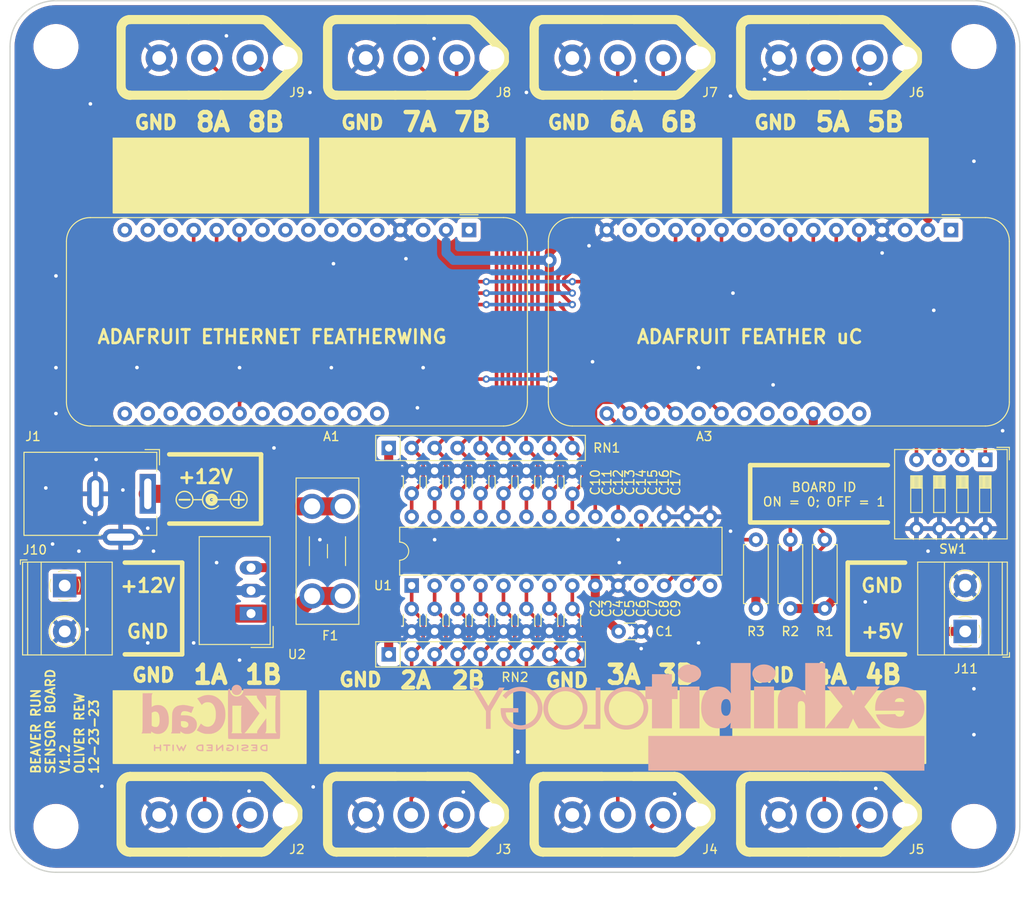
<source format=kicad_pcb>
(kicad_pcb (version 20221018) (generator pcbnew)
  (layers (0 "F.Cu" signal) (31 "B.Cu" signal) (34 "B.Paste" user) (35 "F.Paste" user) (36 "B.SilkS" user "B.Silkscreen") (37 "F.SilkS" user "F.Silkscreen") (38 "B.Mask" user) (39 "F.Mask" user) (44 "Edge.Cuts" user))
  (net 0 "")
  (net 1 "+3.3V")
  (net 2 "GND")
  (net 3 "Net-(A1-SCK)")
  (net 4 "Net-(A1-MOSI)")
  (net 5 "Net-(A1-MISO)")
  (net 6 "Net-(A1-CS)")
  (net 13 "Net-(A3-SDA{slash}D20)")
  (net 14 "Net-(A3-SCL{slash}D21)")
  (net 19 "+5V")
  (net 22 "Net-(RN2-R8)")
  (net 23 "Net-(RN2-R7)")
  (net 24 "Net-(RN2-R6)")
  (net 25 "Net-(RN2-R5)")
  (net 26 "Net-(RN2-R4)")
  (net 27 "Net-(RN2-R3)")
  (net 28 "Net-(RN2-R2)")
  (net 29 "Net-(RN2-R1)")
  (net 32 "Net-(U1-~{RESET})")
  (net 33 "Net-(RN1-R8)")
  (net 34 "Net-(RN1-R7)")
  (net 35 "Net-(RN1-R6)")
  (net 36 "Net-(RN1-R5)")
  (net 37 "Net-(RN1-R4)")
  (net 38 "Net-(RN1-R3)")
  (net 39 "Net-(RN1-R2)")
  (net 40 "Net-(RN1-R1)")
  (net 41 "Net-(A3-DAC0{slash}A0)")
  (net 42 "Net-(A3-A1)")
  (net 43 "Net-(A3-A2)")
  (net 44 "Net-(A3-A3)")
  (net 45 "+12V")
  (net 46 "Net-(F1-Pad1)")
  (net 47 "Net-(A3-D5)")
  (net 48 "Net-(A3-D6)")
  (footprint "Conn_Molex:CONN_10-18-1032_MOL" (layer "F.Cu") (at 186.5884 54.61 180)
    (fp_text reference "J6")
    (fp_text value "10-18-1032")
  )
  (footprint "Capacitor_THT:C_Disc_D3.0mm_W1.6mm_P2.50mm" (layer "F.Cu") (at 143.51 115.61 -90)
    (fp_text reference "C5")
    (fp_text value "0.1uf")
  )
  (footprint "Capacitor_THT:C_Disc_D3.0mm_W1.6mm_P2.50mm" (layer "F.Cu") (at 148.59 115.61 -90)
    (fp_text reference "C7")
    (fp_text value "0.1uf")
  )
  (footprint "Fuse:Fuseholder_Blade_Mini_Keystone_3568" (layer "F.Cu") (at 128.27 104.26 -90)
    (fp_text reference "F1")
    (fp_text value "Fuse")
  )
  (footprint "MountingHole:MountingHole_4.5mm" (layer "F.Cu") (at 96.52 139.7)
    (fp_text reference "H4")
    (fp_text value "MountingHole")
  )
  (footprint "Package_DIP:DIP-28_W7.62mm" (layer "F.Cu") (at 135.89 113.03 90)
    (fp_text reference "U1")
    (fp_text value "MCP23017_SP" hide)
  )
  (footprint "Symbol:Symbol_Barrel_Polarity" (layer "F.Cu") (at 113.748766 103.448498)
    (fp_text reference "REF**" hide)
    (fp_text value "Symbol_Barrel_Polarity")
  )
  (footprint "TerminalBlock_Phoenix:TerminalBlock_Phoenix_MKDS-1,5-2-5.08_1x02_P5.08mm_Horizontal" (layer "F.Cu") (at 97.485 113.03 -90)
    (fp_text reference "J10")
    (fp_text value "Screw_Terminal_01x02")
  )
  (footprint "Conn_Molex:CONN_10-18-1032_MOL" (layer "F.Cu") (at 186.5884 138.43 180)
    (fp_text reference "J5")
    (fp_text value "10-18-1032")
  )
  (footprint "Capacitor_THT:C_Disc_D3.0mm_W1.6mm_P2.50mm" (layer "F.Cu") (at 146.05 102.83 90)
    (fp_text reference "C14")
    (fp_text value "0.1uf")
  )
  (footprint "MountingHole:MountingHole_4.5mm" (layer "F.Cu") (at 198.12 53.34)
    (fp_text reference "H2")
    (fp_text value "MountingHole")
  )
  (footprint "Capacitor_THT:C_Disc_D3.0mm_W1.6mm_P2.50mm" (layer "F.Cu") (at 143.51 102.83 90)
    (fp_text reference "C13")
    (fp_text value "0.1uf")
  )
  (footprint "Module:Adafruit_Feather" (layer "F.Cu") (at 195.58 73.66 -90)
    (fp_text reference "A3")
    (fp_text value "Adafruit_Feather_M0_Basic_Proto")
  )
  (footprint "Capacitor_THT:C_Disc_D3.0mm_W1.6mm_P2.50mm" (layer "F.Cu") (at 146.05 115.61 -90)
    (fp_text reference "C6")
    (fp_text value "0.1uf")
  )
  (footprint "Resistor_THT:R_Axial_DIN0207_L6.3mm_D2.5mm_P7.62mm_Horizontal" (layer "F.Cu") (at 181.61 115.57 90)
    (fp_text reference "R1")
    (fp_text value "4.7k")
  )
  (footprint "Conn_Molex:CONN_10-18-1032_MOL" (layer "F.Cu") (at 118.0084 54.61 180)
    (fp_text reference "J9")
    (fp_text value "10-18-1032")
  )
  (footprint "Button_Switch_THT:SW_DIP_SPSTx04_Slide_9.78x12.34mm_W7.62mm_P2.54mm" (layer "F.Cu") (at 199.38 99.1025 -90)
    (fp_text reference "SW1")
    (fp_text value "SW_DIP_x04" hide)
  )
  (footprint "Conn_Molex:CONN_10-18-1032_MOL" (layer "F.Cu") (at 140.8684 54.61 180)
    (fp_text reference "J8")
    (fp_text value "10-18-1032")
  )
  (footprint "Resistor_THT:R_Array_SIP9" (layer "F.Cu") (at 133.35 97.79)
    (fp_text reference "RN1")
    (fp_text value "R_Network08_US")
  )
  (footprint "Capacitor_THT:C_Disc_D3.0mm_W1.6mm_P2.50mm" (layer "F.Cu") (at 151.13 102.83 90)
    (fp_text reference "C16")
    (fp_text value "0.1uf")
  )
  (footprint "Conn_Molex:CONN_10-18-1032_MOL" (layer "F.Cu") (at 163.7284 138.43 180)
    (fp_text reference "J4")
    (fp_text value "10-18-1032")
  )
  (footprint "MountingHole:MountingHole_4.5mm" (layer "F.Cu") (at 96.52 53.34)
    (fp_text reference "H1")
    (fp_text value "MountingHole")
  )
  (footprint "Conn_Molex:CONN_10-18-1032_MOL" (layer "F.Cu") (at 163.7284 54.61 180)
    (fp_text reference "J7")
    (fp_text value "10-18-1032")
  )
  (footprint "Capacitor_THT:C_Disc_D3.0mm_W1.6mm_P2.50mm" (layer "F.Cu") (at 140.97 115.61 -90)
    (fp_text reference "C4")
    (fp_text value "0.1uf")
  )
  (footprint "Capacitor_THT:C_Disc_D3.0mm_W1.6mm_P2.50mm" (layer "F.Cu") (at 138.43 102.83 90)
    (fp_text reference "C11")
    (fp_text value "0.1uf")
  )
  (footprint "Capacitor_THT:C_Disc_D3.0mm_W1.6mm_P2.50mm" (layer "F.Cu") (at 140.97 102.83 90)
    (fp_text reference "C12")
    (fp_text value "0.1uf")
  )
  (footprint "Capacitor_THT:C_Disc_D3.0mm_W1.6mm_P2.50mm" (layer "F.Cu") (at 153.67 102.87 90)
    (fp_text reference "C17")
    (fp_text value "0.1uf")
  )
  (footprint "Converter_DCDC:Converter_DCDC_TRACO_TSR-1_THT" (layer "F.Cu") (at 118.11 116.133728 90)
    (fp_text reference "U2")
    (fp_text value "TSR_1-2450")
  )
  (footprint "MountingHole:MountingHole_4.5mm" (layer "F.Cu") (at 198.12 139.7)
    (fp_text reference "H3")
    (fp_text value "MountingHole")
  )
  (footprint "TerminalBlock_Phoenix:TerminalBlock_Phoenix_MKDS-1,5-2-5.08_1x02_P5.08mm_Horizontal" (layer "F.Cu") (at 197.155 118.109999 90)
    (fp_text reference "J11")
    (fp_text value "Screw_Terminal_01x02")
  )
  (footprint "Connector_BarrelJack:BarrelJack_Wuerth_6941xx301002" (layer "F.Cu") (at 106.68 102.87 -90)
    (fp_text reference "J1")
    (fp_text value "Barrel_Jack")
  )
  (footprint "Capacitor_THT:C_Disc_D3.0mm_W1.6mm_P2.50mm" (layer "F.Cu") (at 135.89 102.83 90)
    (fp_text reference "C10")
    (fp_text value "0.1uf")
  )
  (footprint "Resistor_THT:R_Axial_DIN0207_L6.3mm_D2.5mm_P7.62mm_Horizontal" (layer "F.Cu") (at 173.99 115.57 90)
    (fp_text reference "R3")
    (fp_text value "4.7k")
  )
  (footprint "Capacitor_THT:C_Disc_D3.0mm_W1.6mm_P2.50mm" (layer "F.Cu") (at 135.89 115.61 -90)
    (fp_text reference "C2")
    (fp_text value "0.1uf")
  )
  (footprint "Resistor_THT:R_Array_SIP9" (layer "F.Cu") (at 133.35 120.65)
    (fp_text reference "RN2")
    (fp_text value "R_Network08_US")
  )
  (footprint "Conn_Molex:CONN_10-18-1032_MOL" (layer "F.Cu") (at 140.8684 138.43 180)
    (fp_text reference "J3")
    (fp_text value "10-18-1032")
  )
  (footprint "Capacitor_THT:C_Disc_D3.0mm_W1.6mm_P2.50mm" (layer "F.Cu") (at 151.13 115.57 -90)
    (fp_text reference "C8")
    (fp_text value "0.1uf")
  )
  (footprint "Conn_Molex:CONN_10-18-1032_MOL" (layer "F.Cu") (at 118.0084 138.43 180)
    (fp_text reference "J2")
    (fp_text value "10-18-1032")
  )
  (footprint "Adafruit:Adafruit_Ethernet_Featherwing" (layer "F.Cu") (at 142.24 73.66 -90)
    (fp_text reference "A1")
    (fp_text value "Adafruit_Ethernet_Featherwing")
  )
  (footprint "Capacitor_THT:C_Disc_D3.0mm_W1.6mm_P2.50mm" (layer "F.Cu") (at 153.67 115.61 -90)
    (fp_text reference "C9")
    (fp_text value "0.1uf")
  )
  (footprint "Capacitor_THT:C_Disc_D3.0mm_W1.6mm_P2.50mm" (layer "F.Cu") (at 138.43 115.61 -90)
    (fp_text reference "C3")
    (fp_text value "0.1uf")
  )
  (footprint "Capacitor_THT:C_Disc_D3.0mm_W1.6mm_P2.50mm" (layer "F.Cu") (at 158.79 118.11)
    (fp_text reference "C1")
    (fp_text value "0.1uf")
  )
  (footprint "Capacitor_THT:C_Disc_D3.0mm_W1.6mm_P2.50mm" (layer "F.Cu") (at 148.59 102.83 90)
    (fp_text reference "C15")
    (fp_text value "0.1uf")
  )
  (footprint "Resistor_THT:R_Axial_DIN0207_L6.3mm_D2.5mm_P7.62mm_Horizontal" (layer "F.Cu") (at 177.8 115.57 90)
    (fp_text reference "R2")
    (fp_text value "4.7k")
  )
  (footprint "Logos:Exhibitology_Logo_50mm" (layer "B.Cu") (at 193.04 121.285 180)
    (fp_text reference "REF**" hide)
    (fp_text value "Exhibitology_Logo_50mm" hide)
  )
  (footprint "Symbol:KiCad-Logo2_6mm_SilkScreen" (layer "B.Cu") (at 113.665 127 180)
    (fp_text reference "REF**" hide)
    (fp_text value "KiCad-Logo2_6mm_SilkScreen" hide)
  )
  (gr_line (start 119.218718 106.165759) (end 109.058718 106.165759) (stroke (width 0.5)) (layer "F.SilkS"))
  (gr_line (start 173.355 106.045) (end 173.355 99.695) (stroke (width 0.5)) (layer "F.SilkS"))
  (gr_line (start 110.49 120.65) (end 104.14 120.65) (stroke (width 0.5)) (layer "F.SilkS"))
  (gr_rect (start 171.45 63.5) (end 193.04 71.755) (stroke (width 0.15)) (fill solid) (layer "F.SilkS"))
  (gr_line (start 116.190452 103.531277) (end 117.323575 103.531277) (stroke (width 0.2)) (layer "F.SilkS"))
  (gr_line (start 104.14 110.49) (end 110.49 110.49) (stroke (width 0.5)) (layer "F.SilkS"))
  (gr_rect (start 125.73 63.5) (end 147.32 71.755) (stroke (width 0.15)) (fill solid) (layer "F.SilkS"))
  (gr_line (start 173.355 106.045) (end 188.595 106.045) (stroke (width 0.5)) (layer "F.SilkS"))
  (gr_rect (start 102.87 63.5) (end 124.46 71.755) (stroke (width 0.15)) (fill solid) (layer "F.SilkS"))
  (gr_line (start 116.748766 104.09006) (end 116.748766 102.956937) (stroke (width 0.2)) (layer "F.SilkS"))
  (gr_rect (start 171.45 124.698395) (end 192.772149 132.715) (stroke (width 0.15)) (fill solid) (layer "F.SilkS"))
  (gr_line (start 110.49 110.49) (end 110.49 120.65) (stroke (width 0.5)) (layer "F.SilkS"))
  (gr_line (start 184.15 120.65) (end 184.15 110.49) (stroke (width 0.5)) (layer "F.SilkS"))
  (gr_rect (start 102.87 124.698395) (end 124.192149 132.715) (stroke (width 0.15)) (fill solid) (layer "F.SilkS"))
  (gr_line (start 173.355 99.695) (end 188.595 99.695) (stroke (width 0.5)) (layer "F.SilkS"))
  (gr_line (start 109.058718 98.500759) (end 119.218718 98.500759) (stroke (width 0.5)) (layer "F.SilkS"))
  (gr_line (start 190.5 120.65) (end 184.15 120.65) (stroke (width 0.5)) (layer "F.SilkS"))
  (gr_line (start 184.15 110.49) (end 190.5 110.49) (stroke (width 0.5)) (layer "F.SilkS"))
  (gr_line (start 110.182204 103.523498) (end 111.315327 103.523498) (stroke (width 0.2)) (layer "F.SilkS"))
  (gr_rect (start 125.73 124.698395) (end 147.052149 132.715) (stroke (width 0.15)) (fill solid) (layer "F.SilkS"))
  (gr_rect (start 148.59 124.698395) (end 169.912149 132.715) (stroke (width 0.15)) (fill solid) (layer "F.SilkS"))
  (gr_rect (start 148.59 63.5) (end 170.18 71.755) (stroke (width 0.15)) (fill solid) (layer "F.SilkS"))
  (gr_line (start 119.218718 98.500759) (end 119.218718 106.165759) (stroke (width 0.5)) (layer "F.SilkS"))
  (gr_line (start 96.52 48.26) (end 198.12 48.26) (stroke (width 0.15)) (layer "Edge.Cuts"))
  (gr_line (start 91.44 139.7) (end 91.44 53.34) (stroke (width 0.15)) (layer "Edge.Cuts"))
  (gr_arc (start 91.44 53.34) (mid 92.927898 49.747898) (end 96.52 48.26) (stroke (width 0.15)) (layer "Edge.Cuts"))
  (gr_line (start 198.12 144.78) (end 96.52 144.78) (stroke (width 0.15)) (layer "Edge.Cuts"))
  (gr_arc (start 96.52 144.78) (mid 92.927898 143.292102) (end 91.44 139.7) (stroke (width 0.15)) (layer "Edge.Cuts"))
  (gr_arc (start 203.2 139.7) (mid 201.712102 143.292102) (end 198.12 144.78) (stroke (width 0.15)) (layer "Edge.Cuts"))
  (gr_arc (start 198.12 48.26) (mid 201.712102 49.747898) (end 203.2 53.34) (stroke (width 0.15)) (layer "Edge.Cuts"))
  (gr_line (start 203.2 53.34) (end 203.2 139.7) (stroke (width 0.15)) (layer "Edge.Cuts"))
  (gr_text "5A" (at 180.34 62.865) (layer "F.SilkS") (effects (font (size 2 2) (thickness 0.5) bold) (justify left bottom)))
  (gr_text "GND" (at 150.762851 62.626605) (layer "F.SilkS") (effects (font (size 1.5 1.5) (thickness 0.375) bold) (justify left bottom)))
  (gr_text "GND" (at 187.96 113.03) (layer "F.SilkS") (effects (font (size 1.5 1.5) (thickness 0.3) bold)))
  (gr_text "GND" (at 173.622851 62.626605) (layer "F.SilkS") (effects (font (size 1.5 1.5) (thickness 0.375) bold) (justify left bottom)))
  (gr_text "3A" (at 157.212149 124.063395) (layer "F.SilkS") (effects (font (size 2 2) (thickness 0.5) bold) (justify left bottom)))
  (gr_text "GND" (at 150.5571 124.408348) (layer "F.SilkS") (effects (font (size 1.5 1.5) (thickness 0.375) bold) (justify left bottom)))
  (gr_text "1B" (at 117.207149 124.063395) (layer "F.SilkS") (effects (font (size 2 2) (thickness 0.5) bold) (justify left bottom)))
  (gr_text "+12V" (at 106.68 113.03) (layer "F.SilkS") (effects (font (size 1.5 1.5) (thickness 0.3) bold)))
  (gr_text "GND" (at 173.355 123.825) (layer "F.SilkS") (effects (font (size 1.5 1.5) (thickness 0.375) bold) (justify left bottom)))
  (gr_text "2B" (at 140.12047 124.572678) (layer "F.SilkS") (effects (font (size 1.8 1.8) (thickness 0.45) bold) (justify left bottom)))
  (gr_text "1A" (at 111.492149 124.063395) (layer "F.SilkS") (effects (font (size 2 2) (thickness 0.5) bold) (justify left bottom)))
  (gr_text "GND" (at 127.688321 124.334283) (layer "F.SilkS") (effects (font (size 1.5 1.5) (thickness 0.375) bold) (justify left bottom)))
  (gr_text "+12V" (at 113.068755 101.85881) (layer "F.SilkS") (effects (font (size 1.5 1.5) (thickness 0.3) bold) (justify bottom)))
  (gr_text "BEAVER RUN\nSENSOR BOARD\nV1.2\nOLIVER REW\n12-23-23" (at 101.321749 133.985 90) (layer "F.SilkS") (effects (font (size 1 1) (thickness 0.2) bold) (justify left bottom)))
  (gr_text "4A" (at 180.072149 124.063395) (layer "F.SilkS") (effects (font (size 2 2) (thickness 0.5) bold) (justify left bottom)))
  (gr_text "6A" (at 157.48 62.865) (layer "F.SilkS") (effects (font (size 2 2) (thickness 0.5) bold) (justify left bottom)))
  (gr_text "6B" (at 163.195 62.865) (layer "F.SilkS") (effects (font (size 2 2) (thickness 0.5) bold) (justify left bottom)))
  (gr_text "ADAFRUIT ETHERNET FEATHERWING" (at 100.965 86.36) (layer "F.SilkS") (effects (font (size 1.5 1.5) (thickness 0.3) bold) (justify left bottom)))
  (gr_text "7A" (at 134.62 62.865) (layer "F.SilkS") (effects (font (size 2 2) (thickness 0.5) bold) (justify left bottom)))
  (gr_text "+5V" (at 187.96 118.11) (layer "F.SilkS") (effects (font (size 1.5 1.5) (thickness 0.3) bold)))
  (gr_text "2A" (at 134.40547 124.572678) (layer "F.SilkS") (effects (font (size 1.8 1.8) (thickness 0.45) bold) (justify left bottom)))
  (gr_text "GND" (at 127.902851 62.626605) (layer "F.SilkS") (effects (font (size 1.5 1.5) (thickness 0.375) bold) (justify left bottom)))
  (gr_text "7B" (at 140.335 62.865) (layer "F.SilkS") (effects (font (size 2 2) (thickness 0.5) bold) (justify left bottom)))
  (gr_text "5B" (at 186.055 62.865) (layer "F.SilkS") (effects (font (size 2 2) (thickness 0.5) bold) (justify left bottom)))
  (gr_text "\nBOARD ID\nON = 0; OFF = 1" (at 181.531497 104.336244) (layer "F.SilkS") (effects (font (size 1 1) (thickness 0.153)) (justify bottom)))
  (gr_text "8B" (at 117.475 62.865) (layer "F.SilkS") (effects (font (size 2 2) (thickness 0.5) bold) (justify left bottom)))
  (gr_text "GND" (at 106.68 118.11) (layer "F.SilkS") (effects (font (size 1.5 1.5) (thickness 0.3) bold)))
  (gr_text "GND" (at 105.042851 62.626605) (layer "F.SilkS") (effects (font (size 1.5 1.5) (thickness 0.375) bold) (justify left bottom)))
  (gr_text "3B" (at 162.927149 124.063395) (layer "F.SilkS") (effects (font (size 2 2) (thickness 0.5) bold) (justify left bottom)))
  (gr_text "4B" (at 185.787149 124.063395) (layer "F.SilkS") (effects (font (size 2 2) (thickness 0.5) bold) (justify left bottom)))
  (gr_text "ADAFRUIT FEATHER uC" (at 160.655 86.36) (layer "F.SilkS") (effects (font (size 1.5 1.5) (thickness 0.3) bold) (justify left bottom)))
  (gr_text "8A" (at 111.76 62.865) (layer "F.SilkS") (effects (font (size 2 2) (thickness 0.5) bold) (justify left bottom)))
  (gr_text "GND" (at 104.775 123.825) (layer "F.SilkS") (effects (font (size 1.5 1.5) (thickness 0.375) bold) (justify left bottom)))
  (segment (start 191.77 71.12) (end 193.04 72.39) (width 1) (layer "F.Cu") (net 1))
  (segment (start 151.13 82.55) (end 154.305 85.725) (width 1) (layer "F.Cu") (net 1))
  (segment (start 151.13 77.0127) (end 151.13 82.55) (width 1) (layer "F.Cu") (net 1))
  (segment (start 186.055 111.125) (end 181.61 115.57) (width 1) (layer "F.Cu") (net 1))
  (segment (start 181.61 115.57) (end 177.8 115.57) (width 1) (layer "F.Cu") (net 1))
  (segment (start 187.96 97.79) (end 186.055 99.695) (width 1) (layer "F.Cu") (net 1))
  (segment (start 151.13 77.0127) (end 151.13 76.11898) (width 1) (layer "F.Cu") (net 1))
  (segment (start 186.055 99.695) (end 186.055 111.125) (width 1) (layer "F.Cu") (net 1))
  (segment (start 154.305 85.725) (end 180.975 85.725) (width 1) (layer "F.Cu") (net 1))
  (segment (start 187.96 92.71) (end 187.96 97.79) (width 1) (layer "F.Cu") (net 1))
  (segment (start 151.13 76.11898) (end 156.12898 71.12) (width 1) (layer "F.Cu") (net 1))
  (segment (start 180.975 85.725) (end 187.96 92.71) (width 1) (layer "F.Cu") (net 1))
  (segment (start 156.12898 71.12) (end 191.77 71.12) (width 1) (layer "F.Cu") (net 1))
  (via (at 151.13 77.0127) (size 1.6) (drill 0.8) (layers "F.Cu" "B.Cu") (net 1))
  (segment (start 151.13 77.0127) (end 140.5127 77.0127) (width 1) (layer "B.Cu") (net 1))
  (segment (start 140.5127 77.0127) (end 139.7 76.2) (width 1) (layer "B.Cu") (net 1))
  (segment (start 139.7 76.2) (end 139.7 74.93) (width 1) (layer "B.Cu") (net 1))
  (segment (start 114.863728 113.593728) (end 118.11 113.593728) (width 1) (layer "F.Cu") (net 2))
  (segment (start 114.863728 113.593728) (end 114.3 113.03) (width 1) (layer "F.Cu") (net 2))
  (segment (start 121.356272 113.593728) (end 121.92 113.03) (width 1) (layer "F.Cu") (net 2))
  (segment (start 121.356272 113.593728) (end 118.11 113.593728) (width 1) (layer "F.Cu") (net 2))
  (via (at 127.233036 77.388251) (size 0.8) (drill 0.4) (layers "F.Cu" "B.Cu") (net 2))
  (via (at 115.386548 52.154966) (size 0.8) (drill 0.4) (layers "F.Cu" "B.Cu") (net 2))
  (via (at 198.12 129.54) (size 0.8) (drill 0.4) (layers "F.Cu" "B.Cu") (net 2))
  (via (at 160.655 57.15) (size 0.8) (drill 0.4) (layers "F.Cu" "B.Cu") (net 2))
  (via (at 99.06 109.22) (size 0.8) (drill 0.4) (layers "F.Cu" "B.Cu") (net 2))
  (via (at 198.12 66.04) (size 0.8) (drill 0.4) (layers "F.Cu" "B.Cu") (net 2))
  (via (at 99.695 106.045) (size 0.8) (drill 0.4) (layers "F.Cu" "B.Cu") (net 2))
  (via (at 171.169771 58.822191) (size 0.8) (drill 0.4) (layers "F.Cu" "B.Cu") (net 2))
  (via (at 106.68 119.38) (size 0.8) (drill 0.4) (layers "F.Cu" "B.Cu") (net 2))
  (via (at 120.65 97.79) (size 0.8) (drill 0.4) (layers "F.Cu" "B.Cu") (net 2))
  (via (at 155.519077 75.401135) (size 0.8) (drill 0.4) (layers "F.Cu" "B.Cu") (net 2))
  (via (at 175.895 90.805) (size 0.8) (drill 0.4) (layers "F.Cu" "B.Cu") (net 2))
  (via (at 167.64 88.9) (size 0.8) (drill 0.4) (layers "F.Cu" "B.Cu") (net 2))
  (via (at 193.675 82.55) (size 0.8) (drill 0.4) (layers "F.Cu" "B.Cu") (net 2))
  (via (at 174.945027 56.959195) (size 0.8) (drill 0.4) (layers "F.Cu" "B.Cu") (net 2))
  (via (at 138.369768 52.455235) (size 0.8) (drill 0.4) (layers "F.Cu" "B.Cu") (net 2))
  (via (at 127 88.9) (size 0.8) (drill 0.4) (layers "F.Cu" "B.Cu") (net 2))
  (via (at 158.872717 110.49) (size 0.8) (drill 0.4) (layers "F.Cu" "B.Cu") (net 2))
  (via (at 147.637469 131.445) (size 0.8) (drill 0.4) (layers "F.Cu" "B.Cu") (net 2))
  (via (at 107.315 109.22) (size 0.8) (drill 0.4) (layers "F.Cu" "B.Cu") (net 2))
  (via (at 96.145564 108.432515) (size 0.8) (drill 0.4) (layers "F.Cu" "B.Cu") (net 2))
  (via (at 105.485928 88.884851) (size 0.8) (drill 0.4) (layers "F.Cu" "B.Cu") (net 2))
  (via (at 99.955982 117.876678) (size 0.8) (drill 0.4) (layers "F.Cu" "B.Cu") (net 2))
  (via (at 124.62794 58.42) (size 0.8) (drill 0.4) (layers "F.Cu" "B.Cu") (net 2))
  (via (at 187.96 76.2) (size 0.8) (drill 0.4) (layers "F.Cu" "B.Cu") (net 2))
  (via (at 96.52 88.9) (size 0.8) (drill 0.4) (layers "F.Cu" "B.Cu") (net 2))
  (via (at 116.84 88.9) (size 0.8) (drill 0.4) (layers "F.Cu" "B.Cu") (net 2))
  (via (at 111.76 119.38) (size 0.8) (drill 0.4) (layers "F.Cu" "B.Cu") (net 2))
  (via (at 101.6 135.255) (size 0.8) (drill 0.4) (layers "F.Cu" "B.Cu") (net 2))
  (via (at 116.84 121.285) (size 0.8) (drill 0.4) (layers "F.Cu" "B.Cu") (net 2))
  (via (at 136.525 93.345) (size 0.8) (drill 0.4) (layers "F.Cu" "B.Cu") (net 2))
  (via (at 117.895228 135.790742) (size 0.8) (drill 0.4) (layers "F.Cu" "B.Cu") (net 2))
  (via (at 148.59 58.42) (size 0.8) (drill 0.4) (layers "F.Cu" "B.Cu") (net 2))
  (via (at 114.3 110.49) (size 0.8) (drill 0.4) (layers "F.Cu" "B.Cu") (net 2))
  (via (at 167.64 119.38) (size 0.8) (drill 0.4) (layers "F.Cu" "B.Cu") (net 2))
  (via (at 155.907229 88.247062) (size 0.8) (drill 0.4) (layers "F.Cu" "B.Cu") (net 2))
  (via (at 171.45 80.645) (size 0.8) (drill 0.4) (layers "F.Cu" "B.Cu") (net 2))
  (via (at 161.29 120.015) (size 0.8) (drill 0.4) (layers "F.Cu" "B.Cu") (net 2))
  (via (at 193.04 109.22) (size 0.8) (drill 0.4) (layers "F.Cu" "B.Cu") (net 2))
  (via (at 103.927324 102.446546) (size 0.8) (drill 0.4) (layers "F.Cu" "B.Cu") (net 2))
  (via (at 201.295 95.885) (size 0.8) (drill 0.4) (layers "F.Cu" "B.Cu") (net 2))
  (via (at 135.255 76.835) (size 0.8) (drill 0.4) (layers "F.Cu" "B.Cu") (net 2))
  (via (at 125.73 107.95) (size 0.8) (drill 0.4) (layers "F.Cu" "B.Cu") (net 2))
  (via (at 141.605 135.89) (size 0.8) (drill 0.4) (layers "F.Cu" "B.Cu") (net 2))
  (via (at 124.991204 135.327907) (size 0.8) (drill 0.4) (layers "F.Cu" "B.Cu") (net 2))
  (via (at 186.093378 114.84071) (size 0.8) (drill 0.4) (layers "F.Cu" "B.Cu") (net 2))
  (via (at 95.397318 102.222072) (size 0.8) (drill 0.4) (layers "F.Cu" "B.Cu") (net 2))
  (via (at 187.25418 135.494609) (size 0.8) (drill 0.4) (layers "F.Cu" "B.Cu") (net 2))
  (via (at 171.181797 107.008594) (size 0.8) (drill 0.4) (layers "F.Cu" "B.Cu") (net 2))
  (via (at 158.75 107.95) (size 0.8) (drill 0.4) (layers "F.Cu" "B.Cu") (net 2))
  (via (at 100.33 59.69) (size 0.8) (drill 0.4) (layers "F.Cu" "B.Cu") (net 2))
  (via (at 138.43 107.95) (size 0.8) (drill 0.4) (layers "F.Cu" "B.Cu") (net 2))
  (via (at 186.652245 57.471724) (size 0.8) (drill 0.4) (layers "F.Cu" "B.Cu") (net 2))
  (via (at 137.16 88.9) (size 0.8) (drill 0.4) (layers "F.Cu" "B.Cu") (net 2))
  (via (at 100.965 99.06) (size 0.8) (drill 0.4) (layers "F.Cu" "B.Cu") (net 2))
  (via (at 106.68 106.68) (size 0.8) (drill 0.4) (layers "F.Cu" "B.Cu") (net 2))
  (via (at 96.52 78.74) (size 0.8) (drill 0.4) (layers "F.Cu" "B.Cu") (net 2))
  (via (at 165.004013 136.093639) (size 0.8) (drill 0.4) (layers "F.Cu" "B.Cu") (net 2))
  (via (at 96.52 93.98) (size 0.8) (drill 0.4) (layers "F.Cu" "B.Cu") (net 2))
  (via (at 198.12 124.46) (size 0.8) (drill 0.4) (layers "F.Cu" "B.Cu") (net 2))
  (segment (start 155.575 118.11) (end 156.845 119.38) (width 1) (layer "B.Cu") (net 2))
  (segment (start 114.863728 113.593728) (end 118.11 113.593728) (width 1) (layer "B.Cu") (net 2))
  (segment (start 135.89 100.33) (end 157.48 100.33) (width 1) (layer "B.Cu") (net 2))
  (segment (start 135.89 118.11) (end 155.575 118.11) (width 1) (layer "B.Cu") (net 2))
  (segment (start 135.89 118.11) (end 131.445 118.11) (width 1) (layer "B.Cu") (net 2))
  (segment (start 114.863728 113.593728) (end 114.3 113.03) (width 1) (layer "B.Cu") (net 2))
  (segment (start 121.356272 113.593728) (end 121.92 113.03) (width 1) (layer "B.Cu") (net 2))
  (segment (start 135.89 100.33) (end 133.35 100.33) (width 1) (layer "B.Cu") (net 2))
  (segment (start 121.356272 113.593728) (end 118.11 113.593728) (width 1) (layer "B.Cu") (net 2))
  (segment (start 144.145 79.375) (end 118.745 79.375) (width 0.4) (layer "F.Cu") (net 3))
  (segment (start 170.18 76.2) (end 167.005 79.375) (width 0.4) (layer "F.Cu") (net 3))
  (segment (start 116.84 77.47) (end 116.84 73.66) (width 0.4) (layer "F.Cu") (net 3))
  (segment (start 167.005 79.375) (end 153.67 79.375) (width 0.4) (layer "F.Cu") (net 3))
  (segment (start 170.18 73.66) (end 170.18 76.2) (width 0.4) (layer "F.Cu") (net 3))
  (segment (start 118.745 79.375) (end 116.84 77.47) (width 0.4) (layer "F.Cu") (net 3))
  (via (at 144.145 79.375) (size 0.8) (drill 0.4) (layers "F.Cu" "B.Cu") (net 3))
  (via (at 153.67 79.375) (size 0.8) (drill 0.4) (layers "F.Cu" "B.Cu") (net 3))
  (segment (start 144.145 79.375) (end 153.67 79.375) (width 0.4) (layer "B.Cu") (net 3))
  (segment (start 167.64 73.66) (end 167.64 74.93) (width 0.4) (layer "F.Cu") (net 4))
  (segment (start 153.67 80.645) (end 152.74351 79.71851) (width 0.4) (layer "F.Cu") (net 4))
  (segment (start 165.1 77.47) (end 167.64 74.93) (width 0.4) (layer "F.Cu") (net 4))
  (segment (start 152.74351 79.71851) (end 152.74351 79.077481) (width 0.4) (layer "F.Cu") (net 4))
  (segment (start 114.3 77.47) (end 114.3 73.66) (width 0.4) (layer "F.Cu") (net 4))
  (segment (start 144.145 80.645) (end 117.475 80.645) (width 0.4) (layer "F.Cu") (net 4))
  (segment (start 152.74351 79.077481) (end 154.350991 77.47) (width 0.4) (layer "F.Cu") (net 4))
  (segment (start 154.350991 77.47) (end 165.1 77.47) (width 0.4) (layer "F.Cu") (net 4))
  (segment (start 117.475 80.645) (end 114.3 77.47) (width 0.4) (layer "F.Cu") (net 4))
  (via (at 144.145 80.645) (size 0.8) (drill 0.4) (layers "F.Cu" "B.Cu") (net 4))
  (via (at 153.67 80.645) (size 0.8) (drill 0.4) (layers "F.Cu" "B.Cu") (net 4))
  (segment (start 144.145 80.645) (end 153.67 80.645) (width 0.4) (layer "B.Cu") (net 4))
  (segment (start 116.205 81.915) (end 111.76 77.47) (width 0.4) (layer "F.Cu") (net 5))
  (segment (start 152.08951 78.806585) (end 154.080095 76.816) (width 0.4) (layer "F.Cu") (net 5))
  (segment (start 144.145 81.915) (end 116.205 81.915) (width 0.4) (layer "F.Cu") (net 5))
  (segment (start 152.08951 80.33451) (end 152.08951 78.806585) (width 0.4) (layer "F.Cu") (net 5))
  (segment (start 165.1 73.66) (end 165.1 74.93) (width 0.4) (layer "F.Cu") (net 5))
  (segment (start 111.76 77.47) (end 111.76 73.66) (width 0.4) (layer "F.Cu") (net 5))
  (segment (start 163.214 76.816) (end 165.1 74.93) (width 0.4) (layer "F.Cu") (net 5))
  (segment (start 153.67 81.915) (end 152.08951 80.33451) (width 0.4) (layer "F.Cu") (net 5))
  (segment (start 154.080095 76.816) (end 163.214 76.816) (width 0.4) (layer "F.Cu") (net 5))
  (via (at 144.145 81.915) (size 0.8) (drill 0.4) (layers "F.Cu" "B.Cu") (net 5))
  (via (at 153.67 81.915) (size 0.8) (drill 0.4) (layers "F.Cu" "B.Cu") (net 5))
  (segment (start 144.145 81.915) (end 153.67 81.915) (width 0.4) (layer "B.Cu") (net 5))
  (segment (start 151.13 90.17) (end 166.37 90.17) (width 0.4) (layer "F.Cu") (net 6))
  (segment (start 166.37 90.17) (end 170.18 93.98) (width 0.4) (layer "F.Cu") (net 6))
  (segment (start 116.84 92.71) (end 116.84 93.98) (width 0.4) (layer "F.Cu") (net 6))
  (segment (start 119.38 90.17) (end 116.84 92.71) (width 0.4) (layer "F.Cu") (net 6))
  (segment (start 144.145 90.17) (end 119.38 90.17) (width 0.4) (layer "F.Cu") (net 6))
  (via (at 151.13 90.17) (size 0.8) (drill 0.4) (layers "F.Cu" "B.Cu") (net 6))
  (via (at 144.145 90.17) (size 0.8) (drill 0.4) (layers "F.Cu" "B.Cu") (net 6))
  (segment (start 151.13 90.17) (end 149.225 90.17) (width 0.4) (layer "B.Cu") (net 6))
  (segment (start 149.225 90.17) (end 144.145 90.17) (width 0.4) (layer "B.Cu") (net 6))
  (segment (start 166.37 113.03) (end 168.275 111.125) (width 0.4) (layer "F.Cu") (net 13))
  (segment (start 175.241 100.946) (end 164.446 100.946) (width 0.4) (layer "F.Cu") (net 13))
  (segment (start 179.07 111.125) (end 181.61 108.585) (width 0.4) (layer "F.Cu") (net 13))
  (segment (start 168.275 111.125) (end 179.07 111.125) (width 0.4) (layer "F.Cu") (net 13))
  (segment (start 181.61 107.95) (end 181.61 107.315) (width 0.4) (layer "F.Cu") (net 13))
  (segment (start 181.61 107.315) (end 175.241 100.946) (width 0.4) (layer "F.Cu") (net 13))
  (segment (start 181.61 108.585) (end 181.61 108.169) (width 0.4) (layer "F.Cu") (net 13))
  (segment (start 164.446 100.946) (end 157.48 93.98) (width 0.4) (layer "F.Cu") (net 13))
  (segment (start 176.53 110.471) (end 166.389 110.471) (width 0.4) (layer "F.Cu") (net 14))
  (segment (start 177.8 109.201) (end 176.53 110.471) (width 0.4) (layer "F.Cu") (net 14))
  (segment (start 166.389 110.471) (end 163.83 113.03) (width 0.4) (layer "F.Cu") (net 14))
  (segment (start 156.226 93.460576) (end 156.960576 92.726) (width 0.4) (layer "F.Cu") (net 14))
  (segment (start 156.226 94.499424) (end 156.226 93.460576) (width 0.4) (layer "F.Cu") (net 14))
  (segment (start 177.8 107.95) (end 177.8 109.201) (width 0.4) (layer "F.Cu") (net 14))
  (segment (start 177.8 104.429896) (end 174.970104 101.6) (width 0.4) (layer "F.Cu") (net 14))
  (segment (start 163.326576 101.6) (end 156.226 94.499424) (width 0.4) (layer "F.Cu") (net 14))
  (segment (start 158.766 92.726) (end 160.02 93.98) (width 0.4) (layer "F.Cu") (net 14))
  (segment (start 174.970104 101.6) (end 163.326576 101.6) (width 0.4) (layer "F.Cu") (net 14))
  (segment (start 156.960576 92.726) (end 158.766 92.726) (width 0.4) (layer "F.Cu") (net 14))
  (segment (start 177.8 107.95) (end 177.8 104.429896) (width 0.4) (layer "F.Cu") (net 14))
  (segment (start 133.35 97.79) (end 133.35 110.49) (width 1) (layer "F.Cu") (net 19))
  (segment (start 133.35 120.65) (end 133.35 110.49) (width 1) (layer "F.Cu") (net 19))
  (segment (start 173.99 113.03) (end 180.34 113.03) (width 1) (layer "F.Cu") (net 19))
  (segment (start 184.15 104.14) (end 180.34 100.33) (width 1) (layer "F.Cu") (net 19))
  (segment (start 134.62 109.22) (end 153.67 109.22) (width 1) (layer "F.Cu") (net 19))
  (segment (start 133.35 110.49) (end 134.62 109.22) (width 1) (layer "F.Cu") (net 19))
  (segment (start 170.18 115.57) (end 156.25 115.57) (width 1) (layer "F.Cu") (net 19))
  (segment (start 156.25 115.57) (end 156.21 115.53) (width 1) (layer "F.Cu") (net 19))
  (segment (start 173.99 113.03) (end 173.99 115.57) (width 1) (layer "F.Cu") (net 19))
  (segment (start 156.21 111.76) (end 156.21 113.03) (width 1) (layer "F.Cu") (net 19))
  (segment (start 170.18 115.57) (end 172.719999 118.109999) (width 1) (layer "F.Cu") (net 19))
  (segment (start 132.786272 111.053728) (end 133.35 110.49) (width 1) (layer "F.Cu") (net 19))
  (segment (start 170.18 115.57) (end 172.72 113.03) (width 1) (layer "F.Cu") (net 19))
  (segment (start 172.72 113.03) (end 173.99 113.03) (width 1) (layer "F.Cu") (net 19))
  (segment (start 156.21 113.03) (end 156.21 115.53) (width 1) (layer "F.Cu") (net 19))
  (segment (start 156.21 115.53) (end 158.79 118.11) (width 1) (layer "F.Cu") (net 19))
  (segment (start 118.11 111.053728) (end 132.786272 111.053728) (width 1) (layer "F.Cu") (net 19))
  (segment (start 180.34 113.03) (end 184.15 109.22) (width 1) (layer "F.Cu") (net 19))
  (segment (start 180.34 100.33) (end 180.34 93.98) (width 1) (layer "F.Cu") (net 19))
  (segment (start 153.67 109.22) (end 156.21 111.76) (width 1) (layer "F.Cu") (net 19))
  (segment (start 172.719999 118.109999) (end 197.155 118.109999) (width 1) (layer "F.Cu") (net 19))
  (segment (start 184.15 109.22) (end 184.15 104.14) (width 1) (layer "F.Cu") (net 19))
  (segment (start 175.26 125.73) (end 181.61 132.08) (width 0.4) (layer "F.Cu") (net 22))
  (segment (start 181.61 132.08) (end 181.5592 132.1308) (width 0.4) (layer "F.Cu") (net 22))
  (segment (start 153.67 115.61) (end 154.924 116.864) (width 0.4) (layer "F.Cu") (net 22))
  (segment (start 153.67 113.03) (end 153.67 115.61) (width 0.4) (layer "F.Cu") (net 22))
  (segment (start 154.924 116.864) (end 154.924 119.396) (width 0.4) (layer "F.Cu") (net 22))
  (segment (start 154.924 119.396) (end 153.67 120.65) (width 0.4) (layer "F.Cu") (net 22))
  (segment (start 158.75 125.73) (end 175.26 125.73) (width 0.4) (layer "F.Cu") (net 22))
  (segment (start 181.5592 132.1308) (end 181.5592 138.43) (width 0.4) (layer "F.Cu") (net 22))
  (segment (start 153.67 120.65) (end 158.75 125.73) (width 0.4) (layer "F.Cu") (net 22))
  (segment (start 152.384 119.396) (end 151.13 120.65) (width 0.4) (layer "F.Cu") (net 23))
  (segment (start 151.13 120.65) (end 156.864 126.384) (width 0.4) (layer "F.Cu") (net 23))
  (segment (start 152.384 116.824) (end 152.384 119.396) (width 0.4) (layer "F.Cu") (net 23))
  (segment (start 151.13 113.03) (end 151.13 115.57) (width 0.4) (layer "F.Cu") (net 23))
  (segment (start 174.989104 126.384) (end 179.07 130.464896) (width 0.4) (layer "F.Cu") (net 23))
  (segment (start 151.13 115.57) (end 152.384 116.824) (width 0.4) (layer "F.Cu") (net 23))
  (segment (start 180.34 140.97) (end 184.15 140.97) (width 0.4) (layer "F.Cu") (net 23))
  (segment (start 179.07 139.7) (end 180.34 140.97) (width 0.4) (layer "F.Cu") (net 23))
  (segment (start 184.15 140.97) (end 184.15 140.8684) (width 0.4) (layer "F.Cu") (net 23))
  (segment (start 179.07 130.464896) (end 179.07 139.7) (width 0.4) (layer "F.Cu") (net 23))
  (segment (start 184.15 140.8684) (end 186.5884 138.43) (width 0.4) (layer "F.Cu") (net 23))
  (segment (start 156.864 126.384) (end 174.989104 126.384) (width 0.4) (layer "F.Cu") (net 23))
  (segment (start 149.844 119.396) (end 148.59 120.65) (width 0.4) (layer "F.Cu") (net 24))
  (segment (start 148.59 123.825) (end 158.6992 133.9342) (width 0.4) (layer "F.Cu") (net 24))
  (segment (start 148.59 120.65) (end 148.59 123.825) (width 0.4) (layer "F.Cu") (net 24))
  (segment (start 148.59 115.61) (end 149.844 116.864) (width 0.4) (layer "F.Cu") (net 24))
  (segment (start 148.59 113.03) (end 148.59 115.61) (width 0.4) (layer "F.Cu") (net 24))
  (segment (start 158.6992 133.9342) (end 158.6992 138.43) (width 0.4) (layer "F.Cu") (net 24))
  (segment (start 149.844 116.864) (end 149.844 119.396) (width 0.4) (layer "F.Cu") (net 24))
  (segment (start 161.1884 140.97) (end 163.7284 138.43) (width 0.4) (layer "F.Cu") (net 25))
  (segment (start 156.21 132.369896) (end 156.21 139.7) (width 0.4) (layer "F.Cu") (net 25))
  (segment (start 146.05 113.03) (end 146.05 115.61) (width 0.4) (layer "F.Cu") (net 25))
  (segment (start 146.05 122.209896) (end 156.21 132.369896) (width 0.4) (layer "F.Cu") (net 25))
  (segment (start 146.05 115.61) (end 147.304 116.864) (width 0.4) (layer "F.Cu") (net 25))
  (segment (start 146.05 120.65) (end 146.05 122.209896) (width 0.4) (layer "F.Cu") (net 25))
  (segment (start 157.48 140.97) (end 161.1884 140.97) (width 0.4) (layer "F.Cu") (net 25))
  (segment (start 147.304 119.396) (end 146.05 120.65) (width 0.4) (layer "F.Cu") (net 25))
  (segment (start 147.304 116.864) (end 147.304 119.396) (width 0.4) (layer "F.Cu") (net 25))
  (segment (start 156.21 139.7) (end 157.48 140.97) (width 0.4) (layer "F.Cu") (net 25))
  (segment (start 143.51 120.65) (end 143.51 128.905) (width 0.4) (layer "F.Cu") (net 26))
  (segment (start 135.8392 136.5758) (end 135.8392 138.43) (width 0.4) (layer "F.Cu") (net 26))
  (segment (start 143.51 113.03) (end 143.51 115.61) (width 0.4) (layer "F.Cu") (net 26))
  (segment (start 143.51 115.61) (end 144.764 116.864) (width 0.4) (layer "F.Cu") (net 26))
  (segment (start 143.51 128.905) (end 135.8392 136.5758) (width 0.4) (layer "F.Cu") (net 26))
  (segment (start 144.764 119.396) (end 143.51 120.65) (width 0.4) (layer "F.Cu") (net 26))
  (segment (start 144.764 116.864) (end 144.764 119.396) (width 0.4) (layer "F.Cu") (net 26))
  (segment (start 138.3284 140.97) (end 140.8684 138.43) (width 0.4) (layer "F.Cu") (net 27))
  (segment (start 140.97 113.03) (end 140.97 115.61) (width 0.4) (layer "F.Cu") (net 27))
  (segment (start 133.35 137.16) (end 133.35 139.7) (width 0.4) (layer "F.Cu") (net 27))
  (segment (start 134.62 140.97) (end 138.3284 140.97) (width 0.4) (layer "F.Cu") (net 27))
  (segment (start 133.35 139.7) (end 134.62 140.97) (width 0.4) (layer "F.Cu") (net 27))
  (segment (start 140.97 129.54) (end 133.35 137.16) (width 0.4) (layer "F.Cu") (net 27))
  (segment (start 140.97 115.61) (end 142.224 116.864) (width 0.4) (layer "F.Cu") (net 27))
  (segment (start 140.97 120.65) (end 140.97 129.54) (width 0.4) (layer "F.Cu") (net 27))
  (segment (start 142.224 116.864) (end 142.224 119.396) (width 0.4) (layer "F.Cu") (net 27))
  (segment (start 142.224 119.396) (end 140.97 120.65) (width 0.4) (layer "F.Cu") (net 27))
  (segment (start 112.9792 135.9408) (end 112.9792 138.43) (width 0.4) (layer "F.Cu") (net 28))
  (segment (start 116.205 132.715) (end 112.9792 135.9408) (width 0.4) (layer "F.Cu") (net 28))
  (segment (start 139.684 116.864) (end 139.684 119.396) (width 0.4) (layer "F.Cu") (net 28))
  (segment (start 138.43 115.61) (end 139.684 116.864) (width 0.4) (layer "F.Cu") (net 28))
  (segment (start 139.684 119.396) (end 138.43 120.65) (width 0.4) (layer "F.Cu") (net 28))
  (segment (start 138.43 113.03) (end 138.43 115.61) (width 0.4) (layer "F.Cu") (net 28))
  (segment (start 138.43 125.73) (end 131.445 132.715) (width 0.4) (layer "F.Cu") (net 28))
  (segment (start 131.445 132.715) (end 116.205 132.715) (width 0.4) (layer "F.Cu") (net 28))
  (segment (start 138.43 120.65) (end 138.43 125.73) (width 0.4) (layer "F.Cu") (net 28))
  (segment (start 110.49 136.525) (end 110.49 139.7) (width 0.4) (layer "F.Cu") (net 29))
  (segment (start 137.16 119.38) (end 135.89 120.65) (width 0.4) (layer "F.Cu") (net 29))
  (segment (start 137.16 116.88) (end 137.16 119.38) (width 0.4) (layer "F.Cu") (net 29))
  (segment (start 135.89 120.65) (end 135.89 127.345104) (width 0.4) (layer "F.Cu") (net 29))
  (segment (start 135.89 115.61) (end 137.16 116.88) (width 0.4) (layer "F.Cu") (net 29))
  (segment (start 131.174104 132.061) (end 114.954 132.061) (width 0.4) (layer "F.Cu") (net 29))
  (segment (start 111.76 140.97) (end 115.4684 140.97) (width 0.4) (layer "F.Cu") (net 29))
  (segment (start 135.89 127.345104) (end 131.174104 132.061) (width 0.4) (layer "F.Cu") (net 29))
  (segment (start 115.4684 140.97) (end 118.0084 138.43) (width 0.4) (layer "F.Cu") (net 29))
  (segment (start 135.89 113.03) (end 135.89 115.61) (width 0.4) (layer "F.Cu") (net 29))
  (segment (start 110.49 139.7) (end 111.76 140.97) (width 0.4) (layer "F.Cu") (net 29))
  (segment (start 114.954 132.061) (end 110.49 136.525) (width 0.4) (layer "F.Cu") (net 29))
  (segment (start 173.99 107.95) (end 162.56 107.95) (width 0.4) (layer "F.Cu") (net 32))
  (segment (start 162.56 107.95) (end 161.29 106.68) (width 0.4) (layer "F.Cu") (net 32))
  (segment (start 161.29 106.68) (end 161.29 105.41) (width 0.4) (layer "F.Cu") (net 32))
  (segment (start 154.924 101.616) (end 153.67 102.87) (width 0.4) (layer "F.Cu") (net 33))
  (segment (start 149.86 76.03982) (end 149.86 93.055104) (width 0.4) (layer "F.Cu") (net 33))
  (segment (start 155.73382 70.166) (end 149.86 76.03982) (width 0.4) (layer "F.Cu") (net 33))
  (segment (start 153.67 105.41) (end 153.67 102.87) (width 0.4) (layer "F.Cu") (net 33))
  (segment (start 186.5884 54.61) (end 171.0324 70.166) (width 0.4) (layer "F.Cu") (net 33))
  (segment (start 153.67 97.79) (end 154.924 99.044) (width 0.4) (layer "F.Cu") (net 33))
  (segment (start 153.67 96.865104) (end 153.67 97.79) (width 0.4) (layer "F.Cu") (net 33))
  (segment (start 154.924 99.044) (end 154.924 101.616) (width 0.4) (layer "F.Cu") (net 33))
  (segment (start 171.0324 70.166) (end 155.73382 70.166) (width 0.4) (layer "F.Cu") (net 33))
  (segment (start 149.86 93.055104) (end 153.67 96.865104) (width 0.4) (layer "F.Cu") (net 33))
  (segment (start 149.206 75.768924) (end 155.462924 69.512) (width 0.4) (layer "F.Cu") (net 34))
  (segment (start 152.384 99.044) (end 152.384 101.576) (width 0.4) (layer "F.Cu") (net 34))
  (segment (start 151.13 102.83) (end 151.13 105.41) (width 0.4) (layer "F.Cu") (net 34))
  (segment (start 151.13 97.79) (end 152.384 99.044) (width 0.4) (layer "F.Cu") (net 34))
  (segment (start 149.206 93.326) (end 149.206 75.768924) (width 0.4) (layer "F.Cu") (net 34))
  (segment (start 166.6572 69.512) (end 181.5592 54.61) (width 0.4) (layer "F.Cu") (net 34))
  (segment (start 155.462924 69.512) (end 166.6572 69.512) (width 0.4) (layer "F.Cu") (net 34))
  (segment (start 151.13 95.25) (end 149.206 93.326) (width 0.4) (layer "F.Cu") (net 34))
  (segment (start 151.13 97.79) (end 151.13 95.25) (width 0.4) (layer "F.Cu") (net 34))
  (segment (start 152.384 101.576) (end 151.13 102.83) (width 0.4) (layer "F.Cu") (net 34))
  (segment (start 148.59 97.79) (end 148.552 97.752) (width 0.4) (layer "F.Cu") (net 35))
  (segment (start 148.552 75.498028) (end 163.7284 60.321628) (width 0.4) (layer "F.Cu") (net 35))
  (segment (start 149.844 101.576) (end 148.59 102.83) (width 0.4) (layer "F.Cu") (net 35))
  (segment (start 149.844 99.044) (end 149.844 101.576) (width 0.4) (layer "F.Cu") (net 35))
  (segment (start 163.7284 60.321628) (end 163.7284 54.61) (width 0.4) (layer "F.Cu") (net 35))
  (segment (start 148.59 97.79) (end 149.844 99.044) (width 0.4) (layer "F.Cu") (net 35))
  (segment (start 148.59 102.83) (end 148.59 105.41) (width 0.4) (layer "F.Cu") (net 35))
  (segment (start 148.552 97.752) (end 148.552 75.498028) (width 0.4) (layer "F.Cu") (net 35))
  (segment (start 146.05 94.615) (end 147.898 92.767) (width 0.4) (layer "F.Cu") (net 36))
  (segment (start 147.304 99.044) (end 147.304 101.576) (width 0.4) (layer "F.Cu") (net 36))
  (segment (start 146.05 102.83) (end 146.05 105.41) (width 0.4) (layer "F.Cu") (net 36))
  (segment (start 147.898 92.767) (end 147.898 75.227132) (width 0.4) (layer "F.Cu") (net 36))
  (segment (start 146.05 97.79) (end 146.05 94.615) (width 0.4) (layer "F.Cu") (net 36))
  (segment (start 147.304 101.576) (end 146.05 102.83) (width 0.4) (layer "F.Cu") (net 36))
  (segment (start 158.6992 64.425932) (end 158.6992 54.61) (width 0.4) (layer "F.Cu") (net 36))
  (segment (start 147.898 75.227132) (end 158.6992 64.425932) (width 0.4) (layer "F.Cu") (net 36))
  (segment (start 146.05 97.79) (end 147.304 99.044) (width 0.4) (layer "F.Cu") (net 36))
  (segment (start 140.8684 57.3659) (end 140.8684 54.61) (width 0.4) (layer "F.Cu") (net 37))
  (segment (start 143.51 96.174896) (end 147.244 92.440896) (width 0.4) (layer "F.Cu") (net 37))
  (segment (start 147.244 63.7415) (end 140.8684 57.3659) (width 0.4) (layer "F.Cu") (net 37))
  (segment (start 144.764 101.576) (end 143.51 102.83) (width 0.4) (layer "F.Cu") (net 37))
  (segment (start 143.51 97.79) (end 144.764 99.044) (width 0.4) (layer "F.Cu") (net 37))
  (segment (start 147.244 92.440896) (end 147.244 63.7415) (width 0.4) (layer "F.Cu") (net 37))
  (segment (start 143.51 97.79) (end 143.51 96.174896) (width 0.4) (layer "F.Cu") (net 37))
  (segment (start 143.51 102.83) (end 143.51 105.41) (width 0.4) (layer "F.Cu") (net 37))
  (segment (start 144.764 99.044) (end 144.764 101.576) (width 0.4) (layer "F.Cu") (net 37))
  (segment (start 146.59 92.17) (end 146.59 65.3608) (width 0.4) (layer "F.Cu") (net 38))
  (segment (start 140.97 97.79) (end 146.59 92.17) (width 0.4) (layer "F.Cu") (net 38))
  (segment (start 146.59 65.3608) (end 135.8392 54.61) (width 0.4) (layer "F.Cu") (net 38))
  (segment (start 142.224 99.044) (end 142.224 101.576) (width 0.4) (layer "F.Cu") (net 38))
  (segment (start 140.97 97.79) (end 142.224 99.044) (width 0.4) (layer "F.Cu") (net 38))
  (segment (start 142.224 101.576) (end 140.97 102.83) (width 0.4) (layer "F.Cu") (net 38))
  (segment (start 140.97 102.83) (end 140.97 105.41) (width 0.4) (layer "F.Cu") (net 38))
  (segment (start 139.684 101.576) (end 138.43 102.83) (width 0.4) (layer "F.Cu") (net 39))
  (segment (start 142.412552 95.422552) (end 145.936 91.899104) (width 0.4) (layer "F.Cu") (net 39))
  (segment (start 145.936 67.831) (end 137.795 59.69) (width 0.4) (layer "F.Cu") (net 39))
  (segment (start 137.795 59.69) (end 123.0884 59.69) (width 0.4) (layer "F.Cu") (net 39))
  (segment (start 123.0884 59.69) (end 118.0084 54.61) (width 0.4) (layer "F.Cu") (net 39))
  (segment (start 145.936 91.899104) (end 145.936 67.831) (width 0.4) (layer "F.Cu") (net 39))
  (segment (start 138.43 97.79) (end 140.797448 95.422552) (width 0.4) (layer "F.Cu") (net 39))
  (segment (start 138.43 97.79) (end 139.684 99.044) (width 0.4) (layer "F.Cu") (net 39))
  (segment (start 139.684 99.044) (end 139.684 101.576) (width 0.4) (layer "F.Cu") (net 39))
  (segment (start 138.43 105.41) (end 138.43 102.83) (width 0.4) (layer "F.Cu") (net 39))
  (segment (start 140.797448 95.422552) (end 142.412552 95.422552) (width 0.4) (layer "F.Cu") (net 39))
  (segment (start 145.282 91.628208) (end 145.282 68.101896) (width 0.4) (layer "F.Cu") (net 40))
  (segment (start 142.141656 94.768552) (end 145.282 91.628208) (width 0.4) (layer "F.Cu") (net 40))
  (segment (start 138.911448 94.768552) (end 142.141656 94.768552) (width 0.4) (layer "F.Cu") (net 40))
  (segment (start 135.89 102.83) (end 135.89 105.41) (width 0.4) (layer "F.Cu") (net 40))
  (segment (start 137.16 99.06) (end 137.16 101.56) (width 0.4) (layer "F.Cu") (net 40))
  (segment (start 137.16 101.56) (end 135.89 102.83) (width 0.4) (layer "F.Cu") (net 40))
  (segment (start 118.7132 60.344) (end 112.9792 54.61) (width 0.4) (layer "F.Cu") (net 40))
  (segment (start 145.282 68.101896) (end 137.524104 60.344) (width 0.4) (layer "F.Cu") (net 40))
  (segment (start 135.89 97.79) (end 137.16 99.06) (width 0.4) (layer "F.Cu") (net 40))
  (segment (start 137.524104 60.344) (end 118.7132 60.344) (width 0.4) (layer "F.Cu") (net 40))
  (segment (start 135.89 97.79) (end 138.911448 94.768552) (width 0.4) (layer "F.Cu") (net 40))
  (segment (start 185.42 73.66) (end 185.42 80.355104) (width 0.4) (layer "F.Cu") (net 41))
  (segment (start 199.38 94.315104) (end 199.38 99.1025) (width 0.4) (layer "F.Cu") (net 41))
  (segment (start 185.42 80.355104) (end 199.38 94.315104) (width 0.4) (layer "F.Cu") (net 41))
  (segment (start 196.84 92.7) (end 196.84 99.1025) (width 0.4) (layer "F.Cu") (net 42))
  (segment (start 182.88 73.66) (end 182.88 78.74) (width 0.4) (layer "F.Cu") (net 42))
  (segment (start 182.88 78.74) (end 196.84 92.7) (width 0.4) (layer "F.Cu") (net 42))
  (segment (start 180.34 77.124896) (end 194.3 91.084896) (width 0.4) (layer "F.Cu") (net 43))
  (segment (start 180.34 73.66) (end 180.34 77.124896) (width 0.4) (layer "F.Cu") (net 43))
  (segment (start 194.3 91.084896) (end 194.3 99.1025) (width 0.4) (layer "F.Cu") (net 43))
  (segment (start 177.8 75.509792) (end 191.76 89.469792) (width 0.4) (layer "F.Cu") (net 44))
  (segment (start 191.76 89.469792) (end 191.76 99.1025) (width 0.4) (layer "F.Cu") (net 44))
  (segment (start 177.8 73.66) (end 177.8 75.509792) (width 0.4) (layer "F.Cu") (net 44))
  (segment (start 124.87 114.18) (end 122.916272 116.133728) (width 2) (layer "F.Cu") (net 45))
  (segment (start 107.95 113.03) (end 97.485 113.03) (width 2) (layer "F.Cu") (net 45))
  (segment (start 122.916272 116.133728) (end 119.379773 116.133728) (width 2) (layer "F.Cu") (net 45))
  (segment (start 119.379773 116.133728) (end 111.053728 116.133728) (width 2) (layer "F.Cu") (net 45))
  (segment (start 124.87 114.18) (end 128.27 114.18) (width 2) (layer "F.Cu") (net 45))
  (segment (start 111.053728 116.133728) (end 107.95 113.03) (width 2) (layer "F.Cu") (net 45))
  (segment (start 124.87 104.26) (end 128.27 104.26) (width 2) (layer "F.Cu") (net 46))
  (segment (start 106.68 102.87) (end 120.65 102.87) (width 2) (layer "F.Cu") (net 46))
  (segment (start 122.04 104.26) (end 124.87 104.26) (width 2) (layer "F.Cu") (net 46))
  (segment (start 120.65 102.87) (end 122.04 104.26) (width 2) (layer "F.Cu") (net 46))
  (segment (start 160.652 92.072) (end 162.56 93.98) (width 0.4) (layer "F.Cu") (net 47))
  (segment (start 158.75 97.94832) (end 155.572 94.77032) (width 0.4) (layer "F.Cu") (net 47))
  (segment (start 158.75 105.41) (end 158.75 97.94832) (width 0.4) (layer "F.Cu") (net 47))
  (segment (start 155.572 93.18968) (end 156.68968 92.072) (width 0.4) (layer "F.Cu") (net 47))
  (segment (start 156.68968 92.072) (end 160.652 92.072) (width 0.4) (layer "F.Cu") (net 47))
  (segment (start 155.572 94.77032) (end 155.572 93.18968) (width 0.4) (layer "F.Cu") (net 47))
  (segment (start 156.21 96.333216) (end 154.918 95.041216) (width 0.4) (layer "F.Cu") (net 48))
  (segment (start 154.918 95.041216) (end 154.918 92.918784) (width 0.4) (layer "F.Cu") (net 48))
  (segment (start 154.918 92.918784) (end 156.418784 91.418) (width 0.4) (layer "F.Cu") (net 48))
  (segment (start 156.21 105.41) (end 156.21 96.333216) (width 0.4) (layer "F.Cu") (net 48))
  (segment (start 162.538 91.418) (end 165.1 93.98) (width 0.4) (layer "F.Cu") (net 48))
  (segment (start 156.418784 91.418) (end 162.538 91.418) (width 0.4) (layer "F.Cu") (net 48))
  (zone (net 2) (net_name "GND") (layers "F&B.Cu") (connect_pads (clearance 0.5)) (min_thickness 0.25) (fill yes (thermal_gap 0.5) (thermal_bridge_width 0.5))
    (polygon (pts (xy 203.2 48.26) (xy 91.44 48.26) (xy 91.44 144.78) (xy 203.2 144.78)))
  )
)
</source>
